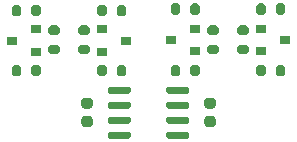
<source format=gbr>
%TF.GenerationSoftware,KiCad,Pcbnew,(5.1.10)-1*%
%TF.CreationDate,2022-01-18T16:25:09+07:00*%
%TF.ProjectId,ADuM_I2C_v3,4144754d-5f49-4324-935f-76332e6b6963,rev?*%
%TF.SameCoordinates,Original*%
%TF.FileFunction,Paste,Top*%
%TF.FilePolarity,Positive*%
%FSLAX46Y46*%
G04 Gerber Fmt 4.6, Leading zero omitted, Abs format (unit mm)*
G04 Created by KiCad (PCBNEW (5.1.10)-1) date 2022-01-18 16:25:09*
%MOMM*%
%LPD*%
G01*
G04 APERTURE LIST*
%ADD10R,0.900000X0.800000*%
G04 APERTURE END LIST*
%TO.C,U2*%
G36*
G01*
X98500000Y-98834000D02*
X98500000Y-99134000D01*
G75*
G02*
X98350000Y-99284000I-150000J0D01*
G01*
X96700000Y-99284000D01*
G75*
G02*
X96550000Y-99134000I0J150000D01*
G01*
X96550000Y-98834000D01*
G75*
G02*
X96700000Y-98684000I150000J0D01*
G01*
X98350000Y-98684000D01*
G75*
G02*
X98500000Y-98834000I0J-150000D01*
G01*
G37*
G36*
G01*
X98500000Y-97564000D02*
X98500000Y-97864000D01*
G75*
G02*
X98350000Y-98014000I-150000J0D01*
G01*
X96700000Y-98014000D01*
G75*
G02*
X96550000Y-97864000I0J150000D01*
G01*
X96550000Y-97564000D01*
G75*
G02*
X96700000Y-97414000I150000J0D01*
G01*
X98350000Y-97414000D01*
G75*
G02*
X98500000Y-97564000I0J-150000D01*
G01*
G37*
G36*
G01*
X98500000Y-96294000D02*
X98500000Y-96594000D01*
G75*
G02*
X98350000Y-96744000I-150000J0D01*
G01*
X96700000Y-96744000D01*
G75*
G02*
X96550000Y-96594000I0J150000D01*
G01*
X96550000Y-96294000D01*
G75*
G02*
X96700000Y-96144000I150000J0D01*
G01*
X98350000Y-96144000D01*
G75*
G02*
X98500000Y-96294000I0J-150000D01*
G01*
G37*
G36*
G01*
X98500000Y-95024000D02*
X98500000Y-95324000D01*
G75*
G02*
X98350000Y-95474000I-150000J0D01*
G01*
X96700000Y-95474000D01*
G75*
G02*
X96550000Y-95324000I0J150000D01*
G01*
X96550000Y-95024000D01*
G75*
G02*
X96700000Y-94874000I150000J0D01*
G01*
X98350000Y-94874000D01*
G75*
G02*
X98500000Y-95024000I0J-150000D01*
G01*
G37*
G36*
G01*
X103450000Y-95024000D02*
X103450000Y-95324000D01*
G75*
G02*
X103300000Y-95474000I-150000J0D01*
G01*
X101650000Y-95474000D01*
G75*
G02*
X101500000Y-95324000I0J150000D01*
G01*
X101500000Y-95024000D01*
G75*
G02*
X101650000Y-94874000I150000J0D01*
G01*
X103300000Y-94874000D01*
G75*
G02*
X103450000Y-95024000I0J-150000D01*
G01*
G37*
G36*
G01*
X103450000Y-96294000D02*
X103450000Y-96594000D01*
G75*
G02*
X103300000Y-96744000I-150000J0D01*
G01*
X101650000Y-96744000D01*
G75*
G02*
X101500000Y-96594000I0J150000D01*
G01*
X101500000Y-96294000D01*
G75*
G02*
X101650000Y-96144000I150000J0D01*
G01*
X103300000Y-96144000D01*
G75*
G02*
X103450000Y-96294000I0J-150000D01*
G01*
G37*
G36*
G01*
X103450000Y-97564000D02*
X103450000Y-97864000D01*
G75*
G02*
X103300000Y-98014000I-150000J0D01*
G01*
X101650000Y-98014000D01*
G75*
G02*
X101500000Y-97864000I0J150000D01*
G01*
X101500000Y-97564000D01*
G75*
G02*
X101650000Y-97414000I150000J0D01*
G01*
X103300000Y-97414000D01*
G75*
G02*
X103450000Y-97564000I0J-150000D01*
G01*
G37*
G36*
G01*
X103450000Y-98834000D02*
X103450000Y-99134000D01*
G75*
G02*
X103300000Y-99284000I-150000J0D01*
G01*
X101650000Y-99284000D01*
G75*
G02*
X101500000Y-99134000I0J150000D01*
G01*
X101500000Y-98834000D01*
G75*
G02*
X101650000Y-98684000I150000J0D01*
G01*
X103300000Y-98684000D01*
G75*
G02*
X103450000Y-98834000I0J-150000D01*
G01*
G37*
%TD*%
%TO.C,R23*%
G36*
G01*
X88425000Y-93798000D02*
X88425000Y-93248000D01*
G75*
G02*
X88625000Y-93048000I200000J0D01*
G01*
X89025000Y-93048000D01*
G75*
G02*
X89225000Y-93248000I0J-200000D01*
G01*
X89225000Y-93798000D01*
G75*
G02*
X89025000Y-93998000I-200000J0D01*
G01*
X88625000Y-93998000D01*
G75*
G02*
X88425000Y-93798000I0J200000D01*
G01*
G37*
G36*
G01*
X90075000Y-93798000D02*
X90075000Y-93248000D01*
G75*
G02*
X90275000Y-93048000I200000J0D01*
G01*
X90675000Y-93048000D01*
G75*
G02*
X90875000Y-93248000I0J-200000D01*
G01*
X90875000Y-93798000D01*
G75*
G02*
X90675000Y-93998000I-200000J0D01*
G01*
X90275000Y-93998000D01*
G75*
G02*
X90075000Y-93798000I0J200000D01*
G01*
G37*
%TD*%
%TO.C,R21*%
G36*
G01*
X96463000Y-88168000D02*
X96463000Y-88718000D01*
G75*
G02*
X96263000Y-88918000I-200000J0D01*
G01*
X95863000Y-88918000D01*
G75*
G02*
X95663000Y-88718000I0J200000D01*
G01*
X95663000Y-88168000D01*
G75*
G02*
X95863000Y-87968000I200000J0D01*
G01*
X96263000Y-87968000D01*
G75*
G02*
X96463000Y-88168000I0J-200000D01*
G01*
G37*
G36*
G01*
X98113000Y-88168000D02*
X98113000Y-88718000D01*
G75*
G02*
X97913000Y-88918000I-200000J0D01*
G01*
X97513000Y-88918000D01*
G75*
G02*
X97313000Y-88718000I0J200000D01*
G01*
X97313000Y-88168000D01*
G75*
G02*
X97513000Y-87968000I200000J0D01*
G01*
X97913000Y-87968000D01*
G75*
G02*
X98113000Y-88168000I0J-200000D01*
G01*
G37*
%TD*%
%TO.C,R19*%
G36*
G01*
X88424000Y-88718000D02*
X88424000Y-88168000D01*
G75*
G02*
X88624000Y-87968000I200000J0D01*
G01*
X89024000Y-87968000D01*
G75*
G02*
X89224000Y-88168000I0J-200000D01*
G01*
X89224000Y-88718000D01*
G75*
G02*
X89024000Y-88918000I-200000J0D01*
G01*
X88624000Y-88918000D01*
G75*
G02*
X88424000Y-88718000I0J200000D01*
G01*
G37*
G36*
G01*
X90074000Y-88718000D02*
X90074000Y-88168000D01*
G75*
G02*
X90274000Y-87968000I200000J0D01*
G01*
X90674000Y-87968000D01*
G75*
G02*
X90874000Y-88168000I0J-200000D01*
G01*
X90874000Y-88718000D01*
G75*
G02*
X90674000Y-88918000I-200000J0D01*
G01*
X90274000Y-88918000D01*
G75*
G02*
X90074000Y-88718000I0J200000D01*
G01*
G37*
%TD*%
%TO.C,R17*%
G36*
G01*
X96463000Y-93248000D02*
X96463000Y-93798000D01*
G75*
G02*
X96263000Y-93998000I-200000J0D01*
G01*
X95863000Y-93998000D01*
G75*
G02*
X95663000Y-93798000I0J200000D01*
G01*
X95663000Y-93248000D01*
G75*
G02*
X95863000Y-93048000I200000J0D01*
G01*
X96263000Y-93048000D01*
G75*
G02*
X96463000Y-93248000I0J-200000D01*
G01*
G37*
G36*
G01*
X98113000Y-93248000D02*
X98113000Y-93798000D01*
G75*
G02*
X97913000Y-93998000I-200000J0D01*
G01*
X97513000Y-93998000D01*
G75*
G02*
X97313000Y-93798000I0J200000D01*
G01*
X97313000Y-93248000D01*
G75*
G02*
X97513000Y-93048000I200000J0D01*
G01*
X97913000Y-93048000D01*
G75*
G02*
X98113000Y-93248000I0J-200000D01*
G01*
G37*
%TD*%
%TO.C,R15*%
G36*
G01*
X92274000Y-92145000D02*
X91724000Y-92145000D01*
G75*
G02*
X91524000Y-91945000I0J200000D01*
G01*
X91524000Y-91545000D01*
G75*
G02*
X91724000Y-91345000I200000J0D01*
G01*
X92274000Y-91345000D01*
G75*
G02*
X92474000Y-91545000I0J-200000D01*
G01*
X92474000Y-91945000D01*
G75*
G02*
X92274000Y-92145000I-200000J0D01*
G01*
G37*
G36*
G01*
X92274000Y-90495000D02*
X91724000Y-90495000D01*
G75*
G02*
X91524000Y-90295000I0J200000D01*
G01*
X91524000Y-89895000D01*
G75*
G02*
X91724000Y-89695000I200000J0D01*
G01*
X92274000Y-89695000D01*
G75*
G02*
X92474000Y-89895000I0J-200000D01*
G01*
X92474000Y-90295000D01*
G75*
G02*
X92274000Y-90495000I-200000J0D01*
G01*
G37*
%TD*%
%TO.C,R13*%
G36*
G01*
X94264000Y-91344000D02*
X94814000Y-91344000D01*
G75*
G02*
X95014000Y-91544000I0J-200000D01*
G01*
X95014000Y-91944000D01*
G75*
G02*
X94814000Y-92144000I-200000J0D01*
G01*
X94264000Y-92144000D01*
G75*
G02*
X94064000Y-91944000I0J200000D01*
G01*
X94064000Y-91544000D01*
G75*
G02*
X94264000Y-91344000I200000J0D01*
G01*
G37*
G36*
G01*
X94264000Y-89694000D02*
X94814000Y-89694000D01*
G75*
G02*
X95014000Y-89894000I0J-200000D01*
G01*
X95014000Y-90294000D01*
G75*
G02*
X94814000Y-90494000I-200000J0D01*
G01*
X94264000Y-90494000D01*
G75*
G02*
X94064000Y-90294000I0J200000D01*
G01*
X94064000Y-89894000D01*
G75*
G02*
X94264000Y-89694000I200000J0D01*
G01*
G37*
%TD*%
%TO.C,R11*%
G36*
G01*
X107726000Y-91345000D02*
X108276000Y-91345000D01*
G75*
G02*
X108476000Y-91545000I0J-200000D01*
G01*
X108476000Y-91945000D01*
G75*
G02*
X108276000Y-92145000I-200000J0D01*
G01*
X107726000Y-92145000D01*
G75*
G02*
X107526000Y-91945000I0J200000D01*
G01*
X107526000Y-91545000D01*
G75*
G02*
X107726000Y-91345000I200000J0D01*
G01*
G37*
G36*
G01*
X107726000Y-89695000D02*
X108276000Y-89695000D01*
G75*
G02*
X108476000Y-89895000I0J-200000D01*
G01*
X108476000Y-90295000D01*
G75*
G02*
X108276000Y-90495000I-200000J0D01*
G01*
X107726000Y-90495000D01*
G75*
G02*
X107526000Y-90295000I0J200000D01*
G01*
X107526000Y-89895000D01*
G75*
G02*
X107726000Y-89695000I200000J0D01*
G01*
G37*
%TD*%
%TO.C,R10*%
G36*
G01*
X105736000Y-90495000D02*
X105186000Y-90495000D01*
G75*
G02*
X104986000Y-90295000I0J200000D01*
G01*
X104986000Y-89895000D01*
G75*
G02*
X105186000Y-89695000I200000J0D01*
G01*
X105736000Y-89695000D01*
G75*
G02*
X105936000Y-89895000I0J-200000D01*
G01*
X105936000Y-90295000D01*
G75*
G02*
X105736000Y-90495000I-200000J0D01*
G01*
G37*
G36*
G01*
X105736000Y-92145000D02*
X105186000Y-92145000D01*
G75*
G02*
X104986000Y-91945000I0J200000D01*
G01*
X104986000Y-91545000D01*
G75*
G02*
X105186000Y-91345000I200000J0D01*
G01*
X105736000Y-91345000D01*
G75*
G02*
X105936000Y-91545000I0J-200000D01*
G01*
X105936000Y-91945000D01*
G75*
G02*
X105736000Y-92145000I-200000J0D01*
G01*
G37*
%TD*%
%TO.C,R7*%
G36*
G01*
X110776000Y-93798000D02*
X110776000Y-93248000D01*
G75*
G02*
X110976000Y-93048000I200000J0D01*
G01*
X111376000Y-93048000D01*
G75*
G02*
X111576000Y-93248000I0J-200000D01*
G01*
X111576000Y-93798000D01*
G75*
G02*
X111376000Y-93998000I-200000J0D01*
G01*
X110976000Y-93998000D01*
G75*
G02*
X110776000Y-93798000I0J200000D01*
G01*
G37*
G36*
G01*
X109126000Y-93798000D02*
X109126000Y-93248000D01*
G75*
G02*
X109326000Y-93048000I200000J0D01*
G01*
X109726000Y-93048000D01*
G75*
G02*
X109926000Y-93248000I0J-200000D01*
G01*
X109926000Y-93798000D01*
G75*
G02*
X109726000Y-93998000I-200000J0D01*
G01*
X109326000Y-93998000D01*
G75*
G02*
X109126000Y-93798000I0J200000D01*
G01*
G37*
%TD*%
%TO.C,R6*%
G36*
G01*
X102687000Y-88041000D02*
X102687000Y-88591000D01*
G75*
G02*
X102487000Y-88791000I-200000J0D01*
G01*
X102087000Y-88791000D01*
G75*
G02*
X101887000Y-88591000I0J200000D01*
G01*
X101887000Y-88041000D01*
G75*
G02*
X102087000Y-87841000I200000J0D01*
G01*
X102487000Y-87841000D01*
G75*
G02*
X102687000Y-88041000I0J-200000D01*
G01*
G37*
G36*
G01*
X104337000Y-88041000D02*
X104337000Y-88591000D01*
G75*
G02*
X104137000Y-88791000I-200000J0D01*
G01*
X103737000Y-88791000D01*
G75*
G02*
X103537000Y-88591000I0J200000D01*
G01*
X103537000Y-88041000D01*
G75*
G02*
X103737000Y-87841000I200000J0D01*
G01*
X104137000Y-87841000D01*
G75*
G02*
X104337000Y-88041000I0J-200000D01*
G01*
G37*
%TD*%
%TO.C,R3*%
G36*
G01*
X109925000Y-88041000D02*
X109925000Y-88591000D01*
G75*
G02*
X109725000Y-88791000I-200000J0D01*
G01*
X109325000Y-88791000D01*
G75*
G02*
X109125000Y-88591000I0J200000D01*
G01*
X109125000Y-88041000D01*
G75*
G02*
X109325000Y-87841000I200000J0D01*
G01*
X109725000Y-87841000D01*
G75*
G02*
X109925000Y-88041000I0J-200000D01*
G01*
G37*
G36*
G01*
X111575000Y-88041000D02*
X111575000Y-88591000D01*
G75*
G02*
X111375000Y-88791000I-200000J0D01*
G01*
X110975000Y-88791000D01*
G75*
G02*
X110775000Y-88591000I0J200000D01*
G01*
X110775000Y-88041000D01*
G75*
G02*
X110975000Y-87841000I200000J0D01*
G01*
X111375000Y-87841000D01*
G75*
G02*
X111575000Y-88041000I0J-200000D01*
G01*
G37*
%TD*%
%TO.C,R2*%
G36*
G01*
X103537000Y-93798000D02*
X103537000Y-93248000D01*
G75*
G02*
X103737000Y-93048000I200000J0D01*
G01*
X104137000Y-93048000D01*
G75*
G02*
X104337000Y-93248000I0J-200000D01*
G01*
X104337000Y-93798000D01*
G75*
G02*
X104137000Y-93998000I-200000J0D01*
G01*
X103737000Y-93998000D01*
G75*
G02*
X103537000Y-93798000I0J200000D01*
G01*
G37*
G36*
G01*
X101887000Y-93798000D02*
X101887000Y-93248000D01*
G75*
G02*
X102087000Y-93048000I200000J0D01*
G01*
X102487000Y-93048000D01*
G75*
G02*
X102687000Y-93248000I0J-200000D01*
G01*
X102687000Y-93798000D01*
G75*
G02*
X102487000Y-93998000I-200000J0D01*
G01*
X102087000Y-93998000D01*
G75*
G02*
X101887000Y-93798000I0J200000D01*
G01*
G37*
%TD*%
D10*
%TO.C,Q7*%
X90475000Y-91933000D03*
X90475000Y-90033000D03*
X88475000Y-90983000D03*
%TD*%
%TO.C,Q5*%
X98063000Y-90983000D03*
X96063000Y-91933000D03*
X96063000Y-90033000D03*
%TD*%
%TO.C,Q3*%
X111525000Y-90922000D03*
X109525000Y-91872000D03*
X109525000Y-89972000D03*
%TD*%
%TO.C,Q2*%
X101937000Y-90917000D03*
X103937000Y-89967000D03*
X103937000Y-91867000D03*
%TD*%
%TO.C,C5*%
G36*
G01*
X95043000Y-96741000D02*
X94543000Y-96741000D01*
G75*
G02*
X94318000Y-96516000I0J225000D01*
G01*
X94318000Y-96066000D01*
G75*
G02*
X94543000Y-95841000I225000J0D01*
G01*
X95043000Y-95841000D01*
G75*
G02*
X95268000Y-96066000I0J-225000D01*
G01*
X95268000Y-96516000D01*
G75*
G02*
X95043000Y-96741000I-225000J0D01*
G01*
G37*
G36*
G01*
X95043000Y-98291000D02*
X94543000Y-98291000D01*
G75*
G02*
X94318000Y-98066000I0J225000D01*
G01*
X94318000Y-97616000D01*
G75*
G02*
X94543000Y-97391000I225000J0D01*
G01*
X95043000Y-97391000D01*
G75*
G02*
X95268000Y-97616000I0J-225000D01*
G01*
X95268000Y-98066000D01*
G75*
G02*
X95043000Y-98291000I-225000J0D01*
G01*
G37*
%TD*%
%TO.C,C3*%
G36*
G01*
X105457000Y-96741000D02*
X104957000Y-96741000D01*
G75*
G02*
X104732000Y-96516000I0J225000D01*
G01*
X104732000Y-96066000D01*
G75*
G02*
X104957000Y-95841000I225000J0D01*
G01*
X105457000Y-95841000D01*
G75*
G02*
X105682000Y-96066000I0J-225000D01*
G01*
X105682000Y-96516000D01*
G75*
G02*
X105457000Y-96741000I-225000J0D01*
G01*
G37*
G36*
G01*
X105457000Y-98291000D02*
X104957000Y-98291000D01*
G75*
G02*
X104732000Y-98066000I0J225000D01*
G01*
X104732000Y-97616000D01*
G75*
G02*
X104957000Y-97391000I225000J0D01*
G01*
X105457000Y-97391000D01*
G75*
G02*
X105682000Y-97616000I0J-225000D01*
G01*
X105682000Y-98066000D01*
G75*
G02*
X105457000Y-98291000I-225000J0D01*
G01*
G37*
%TD*%
M02*

</source>
